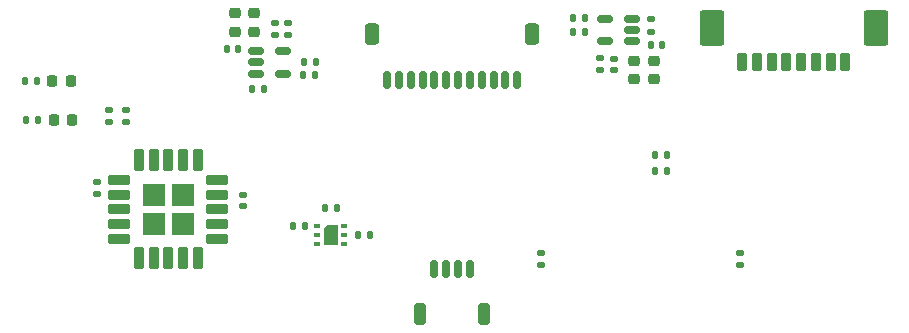
<source format=gbr>
%TF.GenerationSoftware,KiCad,Pcbnew,9.0.2*%
%TF.CreationDate,2025-06-06T22:39:28+05:30*%
%TF.ProjectId,AQEYE-SB-D1,41514559-452d-4534-922d-44312e6b6963,0.1*%
%TF.SameCoordinates,Original*%
%TF.FileFunction,Paste,Top*%
%TF.FilePolarity,Positive*%
%FSLAX46Y46*%
G04 Gerber Fmt 4.6, Leading zero omitted, Abs format (unit mm)*
G04 Created by KiCad (PCBNEW 9.0.2) date 2025-06-06 22:39:28*
%MOMM*%
%LPD*%
G01*
G04 APERTURE LIST*
G04 Aperture macros list*
%AMRoundRect*
0 Rectangle with rounded corners*
0 $1 Rounding radius*
0 $2 $3 $4 $5 $6 $7 $8 $9 X,Y pos of 4 corners*
0 Add a 4 corners polygon primitive as box body*
4,1,4,$2,$3,$4,$5,$6,$7,$8,$9,$2,$3,0*
0 Add four circle primitives for the rounded corners*
1,1,$1+$1,$2,$3*
1,1,$1+$1,$4,$5*
1,1,$1+$1,$6,$7*
1,1,$1+$1,$8,$9*
0 Add four rect primitives between the rounded corners*
20,1,$1+$1,$2,$3,$4,$5,0*
20,1,$1+$1,$4,$5,$6,$7,0*
20,1,$1+$1,$6,$7,$8,$9,0*
20,1,$1+$1,$8,$9,$2,$3,0*%
%AMOutline5P*
0 Free polygon, 5 corners , with rotation*
0 The origin of the aperture is its center*
0 number of corners: always 5*
0 $1 to $10 corner X, Y*
0 $11 Rotation angle, in degrees counterclockwise*
0 create outline with 5 corners*
4,1,5,$1,$2,$3,$4,$5,$6,$7,$8,$9,$10,$1,$2,$11*%
%AMOutline6P*
0 Free polygon, 6 corners , with rotation*
0 The origin of the aperture is its center*
0 number of corners: always 6*
0 $1 to $12 corner X, Y*
0 $13 Rotation angle, in degrees counterclockwise*
0 create outline with 6 corners*
4,1,6,$1,$2,$3,$4,$5,$6,$7,$8,$9,$10,$11,$12,$1,$2,$13*%
%AMOutline7P*
0 Free polygon, 7 corners , with rotation*
0 The origin of the aperture is its center*
0 number of corners: always 7*
0 $1 to $14 corner X, Y*
0 $15 Rotation angle, in degrees counterclockwise*
0 create outline with 7 corners*
4,1,7,$1,$2,$3,$4,$5,$6,$7,$8,$9,$10,$11,$12,$13,$14,$1,$2,$15*%
%AMOutline8P*
0 Free polygon, 8 corners , with rotation*
0 The origin of the aperture is its center*
0 number of corners: always 8*
0 $1 to $16 corner X, Y*
0 $17 Rotation angle, in degrees counterclockwise*
0 create outline with 8 corners*
4,1,8,$1,$2,$3,$4,$5,$6,$7,$8,$9,$10,$11,$12,$13,$14,$15,$16,$1,$2,$17*%
G04 Aperture macros list end*
%ADD10RoundRect,0.135000X0.135000X0.185000X-0.135000X0.185000X-0.135000X-0.185000X0.135000X-0.185000X0*%
%ADD11RoundRect,0.225000X-0.250000X0.225000X-0.250000X-0.225000X0.250000X-0.225000X0.250000X0.225000X0*%
%ADD12RoundRect,0.218750X-0.218750X-0.256250X0.218750X-0.256250X0.218750X0.256250X-0.218750X0.256250X0*%
%ADD13RoundRect,0.135000X0.185000X-0.135000X0.185000X0.135000X-0.185000X0.135000X-0.185000X-0.135000X0*%
%ADD14RoundRect,0.140000X-0.140000X-0.170000X0.140000X-0.170000X0.140000X0.170000X-0.140000X0.170000X0*%
%ADD15RoundRect,0.135000X-0.135000X-0.185000X0.135000X-0.185000X0.135000X0.185000X-0.135000X0.185000X0*%
%ADD16RoundRect,0.225000X0.250000X-0.225000X0.250000X0.225000X-0.250000X0.225000X-0.250000X-0.225000X0*%
%ADD17RoundRect,0.250001X-0.714999X0.714999X-0.714999X-0.714999X0.714999X-0.714999X0.714999X0.714999X0*%
%ADD18RoundRect,0.212500X-0.212500X0.737500X-0.212500X-0.737500X0.212500X-0.737500X0.212500X0.737500X0*%
%ADD19RoundRect,0.212500X-0.737500X0.212500X-0.737500X-0.212500X0.737500X-0.212500X0.737500X0.212500X0*%
%ADD20RoundRect,0.150000X0.150000X0.625000X-0.150000X0.625000X-0.150000X-0.625000X0.150000X-0.625000X0*%
%ADD21RoundRect,0.250000X0.350000X0.650000X-0.350000X0.650000X-0.350000X-0.650000X0.350000X-0.650000X0*%
%ADD22RoundRect,0.140000X-0.170000X0.140000X-0.170000X-0.140000X0.170000X-0.140000X0.170000X0.140000X0*%
%ADD23RoundRect,0.150000X-0.512500X-0.150000X0.512500X-0.150000X0.512500X0.150000X-0.512500X0.150000X0*%
%ADD24RoundRect,0.200000X0.200000X0.600000X-0.200000X0.600000X-0.200000X-0.600000X0.200000X-0.600000X0*%
%ADD25RoundRect,0.250001X0.799999X1.249999X-0.799999X1.249999X-0.799999X-1.249999X0.799999X-1.249999X0*%
%ADD26R,0.550000X0.400000*%
%ADD27Outline5P,-0.625000X0.537500X-0.312500X0.850000X0.625000X0.850000X0.625000X-0.850000X-0.625000X-0.850000X0.000000*%
%ADD28RoundRect,0.150000X0.512500X0.150000X-0.512500X0.150000X-0.512500X-0.150000X0.512500X-0.150000X0*%
%ADD29RoundRect,0.140000X0.170000X-0.140000X0.170000X0.140000X-0.170000X0.140000X-0.170000X-0.140000X0*%
%ADD30RoundRect,0.140000X0.140000X0.170000X-0.140000X0.170000X-0.140000X-0.170000X0.140000X-0.170000X0*%
%ADD31RoundRect,0.135000X-0.185000X0.135000X-0.185000X-0.135000X0.185000X-0.135000X0.185000X0.135000X0*%
%ADD32RoundRect,0.150000X-0.150000X-0.625000X0.150000X-0.625000X0.150000X0.625000X-0.150000X0.625000X0*%
%ADD33RoundRect,0.208333X-0.291667X-0.691667X0.291667X-0.691667X0.291667X0.691667X-0.291667X0.691667X0*%
G04 APERTURE END LIST*
D10*
X25854999Y22290000D03*
X24835001Y22290000D03*
D11*
X54545000Y23500000D03*
X54545000Y21950000D03*
D10*
X48754999Y25895000D03*
X47735001Y25895000D03*
D12*
X3627500Y21775000D03*
X5202500Y21775000D03*
D13*
X8385000Y18295001D03*
X8385000Y19314999D03*
D14*
X29525000Y8745000D03*
X30485000Y8745000D03*
D15*
X24905001Y23415000D03*
X25924999Y23415000D03*
D13*
X9875000Y18295001D03*
X9875000Y19314999D03*
D16*
X20655000Y25970000D03*
X20655000Y27520000D03*
D17*
X14642500Y12117500D03*
X12242500Y12117500D03*
X14642500Y9717500D03*
X12242500Y9717500D03*
D18*
X15942500Y15067500D03*
X14692500Y15067500D03*
X13442500Y15067500D03*
X12192500Y15067500D03*
X10942500Y15067500D03*
D19*
X9292500Y13417500D03*
X9292500Y12167500D03*
X9292500Y10917500D03*
X9292500Y9667500D03*
X9292500Y8417500D03*
D18*
X10942500Y6767500D03*
X12192500Y6767500D03*
X13442500Y6767500D03*
X14692500Y6767500D03*
X15942500Y6767500D03*
D19*
X17592500Y8417500D03*
X17592500Y9667500D03*
X17592500Y10917500D03*
X17592500Y12167500D03*
X17592500Y13417500D03*
D20*
X42975000Y21905000D03*
X41975000Y21905000D03*
X40975000Y21905000D03*
X39975000Y21905000D03*
X38975000Y21905000D03*
X37975000Y21905000D03*
X36975000Y21905000D03*
X35975000Y21905000D03*
X34975000Y21905000D03*
X33975000Y21905000D03*
X32975000Y21905000D03*
X31975000Y21905000D03*
D21*
X44275000Y25780000D03*
X30675000Y25780000D03*
D15*
X1295000Y21795000D03*
X2315000Y21795000D03*
D22*
X51135001Y23675000D03*
X51135001Y22715000D03*
D23*
X20837500Y24313000D03*
X20837500Y23363000D03*
X20837500Y22413000D03*
X23112500Y22413000D03*
X23112500Y24313000D03*
D22*
X19775000Y12171250D03*
X19775000Y11211250D03*
D24*
X70770000Y23375000D03*
X69520000Y23375000D03*
X68270000Y23375000D03*
X67020000Y23375000D03*
X65770000Y23375000D03*
X64520000Y23375000D03*
X63270000Y23375000D03*
X62020000Y23375000D03*
D25*
X73320000Y26275000D03*
X59470000Y26275000D03*
D26*
X26040000Y9542500D03*
X26040000Y8742500D03*
X26040000Y7942500D03*
X28340000Y7942500D03*
X28340000Y8742500D03*
X28340000Y9542500D03*
D27*
X27190000Y8742500D03*
D10*
X55704999Y14125001D03*
X54685001Y14125001D03*
D28*
X52662501Y25156001D03*
X52662501Y26106000D03*
X52662501Y27055999D03*
X50387501Y27055999D03*
X50387501Y25156001D03*
D29*
X61815000Y6225000D03*
X61815000Y7185000D03*
D14*
X24025000Y9505000D03*
X24985000Y9505000D03*
D15*
X1405000Y18475000D03*
X2425000Y18475000D03*
D29*
X23565000Y25695000D03*
X23565000Y26655000D03*
D12*
X3727500Y18485000D03*
X5302500Y18485000D03*
D10*
X55704999Y15515000D03*
X54685001Y15515000D03*
D15*
X20505001Y21095000D03*
X21524999Y21095000D03*
D11*
X52875000Y23500000D03*
X52875000Y21950000D03*
D30*
X19335000Y24515000D03*
X18375000Y24515000D03*
D14*
X54295000Y24815000D03*
X55255000Y24815000D03*
D15*
X47705001Y27105000D03*
X48724999Y27105000D03*
D22*
X49985000Y23705000D03*
X49985000Y22745000D03*
D10*
X27704999Y10995000D03*
X26685001Y10995000D03*
D29*
X44985000Y6225000D03*
X44985000Y7185000D03*
D31*
X54285001Y26995000D03*
X54285001Y25975002D03*
D29*
X7385000Y12254999D03*
X7385000Y13214999D03*
D32*
X35975000Y5895000D03*
X36975000Y5895000D03*
X37975000Y5895000D03*
X38975000Y5895000D03*
D33*
X34775000Y2020000D03*
X40175000Y2020000D03*
D29*
X22495000Y25695000D03*
X22495000Y26655000D03*
D16*
X19084999Y25970000D03*
X19084999Y27520000D03*
M02*

</source>
